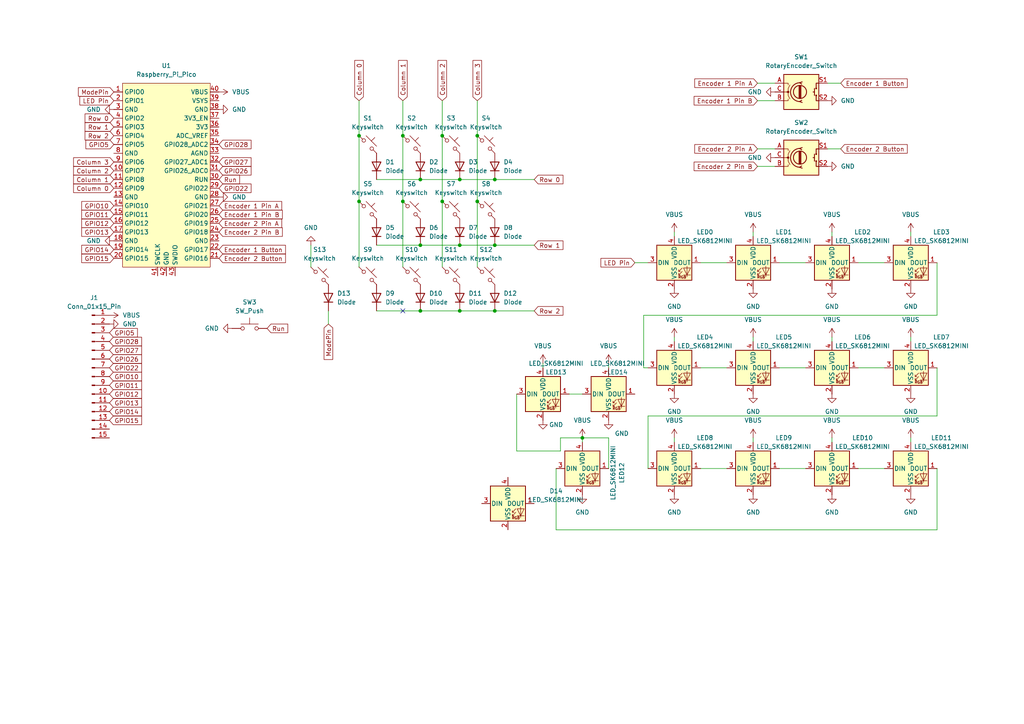
<source format=kicad_sch>
(kicad_sch (version 20230121) (generator eeschema)
  (paper "A4")
  (title_block (title "Macro PCB") (date "2023-12-19") (rev "2.0.001"))
  (lib_symbols
    (symbol "Connector:Conn_01x15_Pin" (pin_names (offset 1.016) hide)
      (property "Reference" "J" (at 0 20.32 0))
      (property "Value" "Conn_01x15_Pin" (at 0 -20.32 0))
      (symbol "Conn_01x15_Pin_1_1"
        (polyline (pts (xy 1.27 -17.78) (xy 0.8636 -17.78)) (stroke (width 0.1524)))
        (polyline (pts (xy 1.27 -15.24) (xy 0.8636 -15.24)) (stroke (width 0.1524)))
        (polyline (pts (xy 1.27 -12.7) (xy 0.8636 -12.7)) (stroke (width 0.1524)))
        (polyline (pts (xy 1.27 -10.16) (xy 0.8636 -10.16)) (stroke (width 0.1524)))
        (polyline (pts (xy 1.27 -7.62) (xy 0.8636 -7.62)) (stroke (width 0.1524)))
        (polyline (pts (xy 1.27 -5.08) (xy 0.8636 -5.08)) (stroke (width 0.1524)))
        (polyline (pts (xy 1.27 -2.54) (xy 0.8636 -2.54)) (stroke (width 0.1524)))
        (polyline (pts (xy 1.27 0) (xy 0.8636 0)) (stroke (width 0.1524)))
        (polyline (pts (xy 1.27 2.54) (xy 0.8636 2.54)) (stroke (width 0.1524)))
        (polyline (pts (xy 1.27 5.08) (xy 0.8636 5.08)) (stroke (width 0.1524)))
        (polyline (pts (xy 1.27 7.62) (xy 0.8636 7.62)) (stroke (width 0.1524)))
        (polyline (pts (xy 1.27 10.16) (xy 0.8636 10.16)) (stroke (width 0.1524)))
        (polyline (pts (xy 1.27 12.7) (xy 0.8636 12.7)) (stroke (width 0.1524)))
        (polyline (pts (xy 1.27 15.24) (xy 0.8636 15.24)) (stroke (width 0.1524)))
        (polyline (pts (xy 1.27 17.78) (xy 0.8636 17.78)) (stroke (width 0.1524)))
        (rectangle (start 0.8636 -17.653) (end 0 -17.907) (stroke (width 0.1524)) (fill (type outline)))
        (rectangle (start 0.8636 -15.113) (end 0 -15.367) (stroke (width 0.1524)) (fill (type outline)))
        (rectangle (start 0.8636 -12.573) (end 0 -12.827) (stroke (width 0.1524)) (fill (type outline)))
        (rectangle (start 0.8636 -10.033) (end 0 -10.287) (stroke (width 0.1524)) (fill (type outline)))
        (rectangle (start 0.8636 -7.493) (end 0 -7.747) (stroke (width 0.1524)) (fill (type outline)))
        (rectangle (start 0.8636 -4.953) (end 0 -5.207) (stroke (width 0.1524)) (fill (type outline)))
        (rectangle (start 0.8636 -2.413) (end 0 -2.667) (stroke (width 0.1524)) (fill (type outline)))
        (rectangle (start 0.8636 0.127) (end 0 -0.127) (stroke (width 0.1524)) (fill (type outline)))
        (rectangle (start 0.8636 2.667) (end 0 2.413) (stroke (width 0.1524)) (fill (type outline)))
        (rectangle (start 0.8636 5.207) (end 0 4.953) (stroke (width 0.1524)) (fill (type outline)))
        (rectangle (start 0.8636 7.747) (end 0 7.493) (stroke (width 0.1524)) (fill (type outline)))
        (rectangle (start 0.8636 10.287) (end 0 10.033) (stroke (width 0.1524)) (fill (type outline)))
        (rectangle (start 0.8636 12.827) (end 0 12.573) (stroke (width 0.1524)) (fill (type outline)))
        (rectangle (start 0.8636 15.367) (end 0 15.113) (stroke (width 0.1524)) (fill (type outline)))
        (rectangle (start 0.8636 17.907) (end 0 17.653) (stroke (width 0.1524)) (fill (type outline)))
        (pin passive line (at 5.08 17.78 180) (length 3.81) (name "Pin_1") (number "1"))
        (pin passive line (at 5.08 -5.08 180) (length 3.81) (name "Pin_10") (number "10"))
        (pin passive line (at 5.08 -7.62 180) (length 3.81) (name "Pin_11") (number "11"))
        (pin passive line (at 5.08 -10.16 180) (length 3.81) (name "Pin_12") (number "12"))
        (pin passive line (at 5.08 -12.7 180) (length 3.81) (name "Pin_13") (number "13"))
        (pin passive line (at 5.08 -15.24 180) (length 3.81) (name "Pin_14") (number "14"))
        (pin passive line (at 5.08 -17.78 180) (length 3.81) (name "Pin_15") (number "15"))
        (pin passive line (at 5.08 15.24 180) (length 3.81) (name "Pin_2") (number "2"))
        (pin passive line (at 5.08 12.7 180) (length 3.81) (name "Pin_3") (number "3"))
        (pin passive line (at 5.08 10.16 180) (length 3.81) (name "Pin_4") (number "4"))
        (pin passive line (at 5.08 7.62 180) (length 3.81) (name "Pin_5") (number "5"))
        (pin passive line (at 5.08 5.08 180) (length 3.81) (name "Pin_6") (number "6"))
        (pin passive line (at 5.08 2.54 180) (length 3.81) (name "Pin_7") (number "7"))
        (pin passive line (at 5.08 0 180) (length 3.81) (name "Pin_8") (number "8"))
        (pin passive line (at 5.08 -2.54 180) (length 3.81) (name "Pin_9") (number "9"))
      )
    )
    (symbol "Device:RotaryEncoder_Switch" (pin_names (offset 0.254) hide)
      (property "Reference" "SW" (at 0 6.604 0))
      (property "Value" "RotaryEncoder_Switch" (at 0 -6.604 0))
      (symbol "RotaryEncoder_Switch_0_1"
        (rectangle (start -5.08 5.08) (end 5.08 -5.08) (stroke (width 0.254)) (fill (type background)))
        (circle (center -3.81 0) (radius 0.254) (fill (type outline)))
        (circle (center -0.381 0) (radius 1.905) (stroke (width 0.254)))
        (arc (start -0.381 2.667) (mid -3.0988 -0.0635) (end -0.381 -2.794) (stroke (width 0.254)))
        (polyline (pts (xy -0.635 -1.778) (xy -0.635 1.778)) (stroke (width 0.254)))
        (polyline (pts (xy -0.381 -1.778) (xy -0.381 1.778)) (stroke (width 0.254)))
        (polyline (pts (xy -0.127 1.778) (xy -0.127 -1.778)) (stroke (width 0.254)))
        (polyline (pts (xy 3.81 0) (xy 3.429 0)) (stroke (width 0.254)))
        (polyline (pts (xy 3.81 1.016) (xy 3.81 -1.016)) (stroke (width 0.254)))
        (polyline (pts (xy -5.08 -2.54) (xy -3.81 -2.54) (xy -3.81 -2.032)))
        (polyline (pts (xy -5.08 2.54) (xy -3.81 2.54) (xy -3.81 2.032)))
        (polyline (pts (xy 0.254 -3.048) (xy -0.508 -2.794) (xy 0.127 -2.413)) (stroke (width 0.254)))
        (polyline (pts (xy 0.254 2.921) (xy -0.508 2.667) (xy 0.127 2.286)) (stroke (width 0.254)))
        (polyline (pts (xy 5.08 -2.54) (xy 4.318 -2.54) (xy 4.318 -1.016)) (stroke (width 0.254)))
        (polyline (pts (xy 5.08 2.54) (xy 4.318 2.54) (xy 4.318 1.016)) (stroke (width 0.254)))
        (polyline (pts (xy -5.08 0) (xy -3.81 0) (xy -3.81 -1.016) (xy -3.302 -2.032)))
        (polyline (pts (xy -4.318 0) (xy -3.81 0) (xy -3.81 1.016) (xy -3.302 2.032)))
        (circle (center 4.318 -1.016) (radius 0.127) (stroke (width 0.254)))
        (circle (center 4.318 1.016) (radius 0.127) (stroke (width 0.254)))
      )
      (symbol "RotaryEncoder_Switch_1_1"
        (pin passive line (at -7.62 2.54 0) (length 2.54) (name "A") (number "A"))
        (pin passive line (at -7.62 -2.54 0) (length 2.54) (name "B") (number "B"))
        (pin passive line (at -7.62 0 0) (length 2.54) (name "C") (number "C"))
        (pin passive line (at 7.62 2.54 180) (length 2.54) (name "S1") (number "S1"))
        (pin passive line (at 7.62 -2.54 180) (length 2.54) (name "S2") (number "S2"))
      )
    )
    (symbol "ScottoKeebs:LED_SK6812MINI" (pin_names (offset 0.254))
      (property "Reference" "D" (at 5.08 5.715 0))
      (property "Value" "LED_SK6812MINI" (at 1.27 -5.715 0))
      (symbol "LED_SK6812MINI_0_0"
        (text "RGB" (at 2.286 -4.191 0) (effects (font (size 0.762 0.762))))
      )
      (symbol "LED_SK6812MINI_0_1"
        (polyline (pts (xy 1.27 -3.556) (xy 1.778 -3.556)))
        (polyline (pts (xy 1.27 -2.54) (xy 1.778 -2.54)))
        (polyline (pts (xy 4.699 -3.556) (xy 2.667 -3.556)))
        (polyline (pts (xy 2.286 -2.54) (xy 1.27 -3.556) (xy 1.27 -3.048)))
        (polyline (pts (xy 2.286 -1.524) (xy 1.27 -2.54) (xy 1.27 -2.032)))
        (polyline (pts (xy 3.683 -1.016) (xy 3.683 -3.556) (xy 3.683 -4.064)))
        (polyline (pts (xy 4.699 -1.524) (xy 2.667 -1.524) (xy 3.683 -3.556) (xy 4.699 -1.524)))
        (rectangle (start 5.08 5.08) (end -5.08 -5.08) (stroke (width 0.254)) (fill (type background)))
      )
      (symbol "LED_SK6812MINI_1_1"
        (pin output line (at 7.62 0 180) (length 2.54) (name "DOUT") (number "1"))
        (pin power_in line (at 0 -7.62 90) (length 2.54) (name "VSS") (number "2"))
        (pin input line (at -7.62 0 0) (length 2.54) (name "DIN") (number "3"))
        (pin power_in line (at 0 7.62 270) (length 2.54) (name "VDD") (number "4"))
      )
    )
    (symbol "ScottoKeebs:MCU_Raspberry_Pi_Pico"
      (property "Reference" "U" (at 0 0 0))
      (property "Value" "Raspberry_Pi_Pico" (at 0 27.94 0))
      (symbol "MCU_Raspberry_Pi_Pico_0_1"
        (rectangle (start -12.7 26.67) (end 12.7 -26.67) (fill (type background)))
      )
      (symbol "MCU_Raspberry_Pi_Pico_1_1"
        (pin bidirectional line (at -15.24 24.13 0) (length 2.54) (name "GPIO0") (number "1"))
        (pin bidirectional line (at -15.24 1.27 0) (length 2.54) (name "GPIO7") (number "10"))
        (pin bidirectional line (at -15.24 -1.27 0) (length 2.54) (name "GPIO8") (number "11"))
        (pin bidirectional line (at -15.24 -3.81 0) (length 2.54) (name "GPIO9") (number "12"))
        (pin power_in line (at -15.24 -6.35 0) (length 2.54) (name "GND") (number "13"))
        (pin bidirectional line (at -15.24 -8.89 0) (length 2.54) (name "GPIO10") (number "14"))
        (pin bidirectional line (at -15.24 -11.43 0) (length 2.54) (name "GPIO11") (number "15"))
        (pin bidirectional line (at -15.24 -13.97 0) (length 2.54) (name "GPIO12") (number "16"))
        (pin bidirectional line (at -15.24 -16.51 0) (length 2.54) (name "GPIO13") (number "17"))
        (pin power_in line (at -15.24 -19.05 0) (length 2.54) (name "GND") (number "18"))
        (pin bidirectional line (at -15.24 -21.59 0) (length 2.54) (name "GPIO14") (number "19"))
        (pin bidirectional line (at -15.24 21.59 0) (length 2.54) (name "GPIO1") (number "2"))
        (pin bidirectional line (at -15.24 -24.13 0) (length 2.54) (name "GPIO15") (number "20"))
        (pin bidirectional line (at 15.24 -24.13 180) (length 2.54) (name "GPIO16") (number "21"))
        (pin bidirectional line (at 15.24 -21.59 180) (length 2.54) (name "GPIO17") (number "22"))
        (pin power_in line (at 15.24 -19.05 180) (length 2.54) (name "GND") (number "23"))
        (pin bidirectional line (at 15.24 -16.51 180) (length 2.54) (name "GPIO18") (number "24"))
        (pin bidirectional line (at 15.24 -13.97 180) (length 2.54) (name "GPIO19") (number "25"))
        (pin bidirectional line (at 15.24 -11.43 180) (length 2.54) (name "GPIO20") (number "26"))
        (pin bidirectional line (at 15.24 -8.89 180) (length 2.54) (name "GPIO21") (number "27"))
        (pin power_in line (at 15.24 -6.35 180) (length 2.54) (name "GND") (number "28"))
        (pin bidirectional line (at 15.24 -3.81 180) (length 2.54) (name "GPIO22") (number "29"))
        (pin power_in line (at -15.24 19.05 0) (length 2.54) (name "GND") (number "3"))
        (pin input line (at 15.24 -1.27 180) (length 2.54) (name "RUN") (number "30"))
        (pin bidirectional line (at 15.24 1.27 180) (length 2.54) (name "GPIO26_ADC0") (number "31"))
        (pin bidirectional line (at 15.24 3.81 180) (length 2.54) (name "GPIO27_ADC1") (number "32"))
        (pin power_in line (at 15.24 6.35 180) (length 2.54) (name "AGND") (number "33"))
        (pin bidirectional line (at 15.24 8.89 180) (length 2.54) (name "GPIO28_ADC2") (number "34"))
        (pin power_in line (at 15.24 11.43 180) (length 2.54) (name "ADC_VREF") (number "35"))
        (pin power_in line (at 15.24 13.97 180) (length 2.54) (name "3V3") (number "36"))
        (pin input line (at 15.24 16.51 180) (length 2.54) (name "3V3_EN") (number "37"))
        (pin bidirectional line (at 15.24 19.05 180) (length 2.54) (name "GND") (number "38"))
        (pin power_in line (at 15.24 21.59 180) (length 2.54) (name "VSYS") (number "39"))
        (pin bidirectional line (at -15.24 16.51 0) (length 2.54) (name "GPIO2") (number "4"))
        (pin power_in line (at 15.24 24.13 180) (length 2.54) (name "VBUS") (number "40"))
        (pin input line (at -2.54 -29.21 90) (length 2.54) (name "SWCLK") (number "41"))
        (pin power_in line (at 0 -29.21 90) (length 2.54) (name "GND") (number "42"))
        (pin bidirectional line (at 2.54 -29.21 90) (length 2.54) (name "SWDIO") (number "43"))
        (pin bidirectional line (at -15.24 13.97 0) (length 2.54) (name "GPIO3") (number "5"))
        (pin bidirectional line (at -15.24 11.43 0) (length 2.54) (name "GPIO4") (number "6"))
        (pin bidirectional line (at -15.24 8.89 0) (length 2.54) (name "GPIO5") (number "7"))
        (pin power_in line (at -15.24 6.35 0) (length 2.54) (name "GND") (number "8"))
        (pin bidirectional line (at -15.24 3.81 0) (length 2.54) (name "GPIO6") (number "9"))
      )
    )
    (symbol "ScottoKeebs:Placeholder_Diode" (pin_numbers hide) (pin_names hide)
      (property "Reference" "D" (at 0 2.54 0))
      (property "Value" "Diode" (at 0 -2.54 0))
      (symbol "Placeholder_Diode_0_1"
        (polyline (pts (xy -1.27 1.27) (xy -1.27 -1.27)) (stroke (width 0.254)))
        (polyline (pts (xy 1.27 0) (xy -1.27 0)))
        (polyline (pts (xy 1.27 1.27) (xy 1.27 -1.27) (xy -1.27 0) (xy 1.27 1.27)) (stroke (width 0.254)))
      )
      (symbol "Placeholder_Diode_1_1"
        (pin passive line (at -3.81 0 0) (length 2.54) (name "K") (number "1"))
        (pin passive line (at 3.81 0 180) (length 2.54) (name "A") (number "2"))
      )
    )
    (symbol "ScottoKeebs:Placeholder_Keyswitch" (pin_numbers hide) (pin_names (offset 1.016) hide)
      (property "Reference" "S" (at 3.048 1.016 0))
      (property "Value" "Keyswitch" (at 0 -3.81 0))
      (symbol "Placeholder_Keyswitch_0_1"
        (circle (center -1.1684 1.1684) (radius 0.508))
        (polyline (pts (xy -0.508 2.54) (xy 2.54 -0.508)))
        (polyline (pts (xy 1.016 1.016) (xy 2.032 2.032)))
        (polyline (pts (xy -2.54 2.54) (xy -1.524 1.524) (xy -1.524 1.524)))
        (polyline (pts (xy 1.524 -1.524) (xy 2.54 -2.54) (xy 2.54 -2.54) (xy 2.54 -2.54)))
        (circle (center 1.143 -1.1938) (radius 0.508))
        (pin passive line (at -2.54 2.54 0) (length 0) (name "1") (number "1"))
        (pin passive line (at 2.54 -2.54 180) (length 0) (name "2") (number "2"))
      )
    )
    (symbol "Switch:SW_Push" (pin_numbers hide) (pin_names (offset 1.016) hide)
      (property "Reference" "SW" (at 1.27 2.54 0))
      (property "Value" "SW_Push" (at 0 -1.524 0))
      (symbol "SW_Push_0_1"
        (circle (center -2.032 0) (radius 0.508))
        (polyline (pts (xy 0 1.27) (xy 0 3.048)))
        (polyline (pts (xy 2.54 1.27) (xy -2.54 1.27)))
        (circle (center 2.032 0) (radius 0.508))
        (pin passive line (at -5.08 0 0) (length 2.54) (name "1") (number "1"))
        (pin passive line (at 5.08 0 180) (length 2.54) (name "2") (number "2"))
      )
    )
    (symbol "power:GND" (power) (pin_names (offset 0))
      (property "Value" "GND" (at 0 -3.81 0))
      (symbol "GND_0_1"
        (polyline (pts (xy 0 0) (xy 0 -1.27) (xy 1.27 -1.27) (xy 0 -2.54) (xy -1.27 -1.27) (xy 0 -1.27)))
      )
      (symbol "GND_1_1"
        (pin power_in line (at 0 0 270) (length 0) hide (name "GND") (number "1"))
      )
    )
    (symbol "power:VBUS" (power) (pin_names (offset 0))
      (property "Value" "VBUS" (at 0 3.81 0))
      (symbol "VBUS_0_1"
        (polyline (pts (xy -0.762 1.27) (xy 0 2.54)))
        (polyline (pts (xy 0 0) (xy 0 2.54)))
        (polyline (pts (xy 0 2.54) (xy 0.762 1.27)))
      )
      (symbol "VBUS_1_1"
        (pin power_in line (at 0 0 90) (length 0) hide (name "VBUS") (number "1"))
      )
    )
  )
  (junction (at 168.91 127))
  (junction (at 104.14 58.42))
  (junction (at 143.51 71.12))
  (junction (at 128.27 58.42))
  (junction (at 116.84 58.42))
  (junction (at 143.51 90.17))
  (junction (at 121.92 90.17))
  (junction (at 116.84 39.37))
  (junction (at 133.35 90.17))
  (junction (at 121.92 52.07))
  (junction (at 104.14 39.37))
  (junction (at 138.43 39.37))
  (junction (at 133.35 52.07))
  (junction (at 121.92 71.12))
  (junction (at 133.35 71.12))
  (junction (at 143.51 52.07))
  (junction (at 138.43 58.42))
  (junction (at 128.27 39.37))
  (no_connect (at 116.84 90.17))
  (wire (pts (xy 219.71 43.18) (xy 224.79 43.18)))
  (wire (pts (xy 241.3 67.31) (xy 241.3 68.58)))
  (wire (pts (xy 218.44 67.31) (xy 218.44 68.58)))
  (wire (pts (xy 226.06 135.89) (xy 233.68 135.89)))
  (wire (pts (xy 116.84 58.42) (xy 116.84 77.47)))
  (wire (pts (xy 271.78 106.68) (xy 271.78 120.65)))
  (wire (pts (xy 248.92 76.2) (xy 256.54 76.2)))
  (wire (pts (xy 109.22 90.17) (xy 121.92 90.17)))
  (wire (pts (xy 133.35 52.07) (xy 143.51 52.07)))
  (wire (pts (xy 121.92 52.07) (xy 133.35 52.07)))
  (wire (pts (xy 161.29 153.67) (xy 161.29 135.89)))
  (wire (pts (xy 138.43 58.42) (xy 138.43 77.47)))
  (wire (pts (xy 121.92 71.12) (xy 133.35 71.12)))
  (wire (pts (xy 138.43 39.37) (xy 138.43 58.42)))
  (wire (pts (xy 95.25 90.17) (xy 95.25 93.98)))
  (wire (pts (xy 116.84 39.37) (xy 116.84 58.42)))
  (wire (pts (xy 264.16 127) (xy 264.16 128.27)))
  (wire (pts (xy 241.3 127) (xy 241.3 128.27)))
  (wire (pts (xy 149.86 130.81) (xy 149.86 114.3)))
  (wire (pts (xy 128.27 29.21) (xy 128.27 39.37)))
  (wire (pts (xy 168.91 127) (xy 162.56 127)))
  (wire (pts (xy 218.44 97.79) (xy 218.44 99.06)))
  (wire (pts (xy 186.69 106.68) (xy 187.96 106.68)))
  (wire (pts (xy 240.03 43.18) (xy 243.84 43.18)))
  (wire (pts (xy 176.53 135.89) (xy 176.53 127)))
  (wire (pts (xy 248.92 135.89) (xy 256.54 135.89)))
  (wire (pts (xy 264.16 67.31) (xy 264.16 68.58)))
  (wire (pts (xy 121.92 90.17) (xy 133.35 90.17)))
  (wire (pts (xy 176.53 105.41) (xy 176.53 106.68)))
  (wire (pts (xy 187.96 120.65) (xy 187.96 135.89)))
  (wire (pts (xy 128.27 39.37) (xy 128.27 58.42)))
  (wire (pts (xy 133.35 71.12) (xy 143.51 71.12)))
  (wire (pts (xy 157.48 105.41) (xy 157.48 106.68)))
  (wire (pts (xy 203.2 106.68) (xy 210.82 106.68)))
  (wire (pts (xy 271.78 153.67) (xy 161.29 153.67)))
  (wire (pts (xy 133.35 90.17) (xy 143.51 90.17)))
  (wire (pts (xy 195.58 127) (xy 195.58 128.27)))
  (wire (pts (xy 168.91 127) (xy 168.91 128.27)))
  (wire (pts (xy 104.14 58.42) (xy 104.14 77.47)))
  (wire (pts (xy 240.03 24.13) (xy 243.84 24.13)))
  (wire (pts (xy 109.22 71.12) (xy 121.92 71.12)))
  (wire (pts (xy 203.2 135.89) (xy 210.82 135.89)))
  (wire (pts (xy 241.3 97.79) (xy 241.3 99.06)))
  (wire (pts (xy 176.53 127) (xy 168.91 127)))
  (wire (pts (xy 226.06 106.68) (xy 233.68 106.68)))
  (wire (pts (xy 138.43 29.21) (xy 138.43 39.37)))
  (wire (pts (xy 109.22 52.07) (xy 121.92 52.07)))
  (wire (pts (xy 248.92 106.68) (xy 256.54 106.68)))
  (wire (pts (xy 219.71 29.21) (xy 224.79 29.21)))
  (wire (pts (xy 184.15 76.2) (xy 187.96 76.2)))
  (wire (pts (xy 203.2 76.2) (xy 210.82 76.2)))
  (wire (pts (xy 104.14 39.37) (xy 104.14 58.42)))
  (wire (pts (xy 154.94 52.07) (xy 143.51 52.07)))
  (wire (pts (xy 264.16 97.79) (xy 264.16 99.06)))
  (wire (pts (xy 219.71 48.26) (xy 224.79 48.26)))
  (wire (pts (xy 271.78 120.65) (xy 187.96 120.65)))
  (wire (pts (xy 162.56 127) (xy 162.56 130.81)))
  (wire (pts (xy 165.1 114.3) (xy 168.91 114.3)))
  (wire (pts (xy 271.78 76.2) (xy 271.78 91.44)))
  (wire (pts (xy 271.78 91.44) (xy 186.69 91.44)))
  (wire (pts (xy 219.71 24.13) (xy 224.79 24.13)))
  (wire (pts (xy 116.84 29.21) (xy 116.84 39.37)))
  (wire (pts (xy 186.69 91.44) (xy 186.69 106.68)))
  (wire (pts (xy 90.17 77.47) (xy 90.17 71.12)))
  (wire (pts (xy 195.58 67.31) (xy 195.58 68.58)))
  (wire (pts (xy 226.06 76.2) (xy 233.68 76.2)))
  (wire (pts (xy 218.44 127) (xy 218.44 128.27)))
  (wire (pts (xy 162.56 130.81) (xy 149.86 130.81)))
  (wire (pts (xy 143.51 71.12) (xy 154.94 71.12)))
  (wire (pts (xy 195.58 97.79) (xy 195.58 99.06)))
  (wire (pts (xy 271.78 135.89) (xy 271.78 153.67)))
  (wire (pts (xy 128.27 58.42) (xy 128.27 77.47)))
  (wire (pts (xy 104.14 29.21) (xy 104.14 39.37)))
  (wire (pts (xy 154.94 90.17) (xy 143.51 90.17)))
  (global_label "GPIO14" (shape input) (at 31.75 119.38 0) (property "Intersheetrefs" "${INTERSHEET_REFS}" (effects hide)))
  (global_label "GPIO27" (shape input) (at 63.5 46.99 0) (property "Intersheetrefs" "${INTERSHEET_REFS}" (effects hide)))
  (global_label "LED Pin" (shape input) (at 184.15 76.2 180) (property "Intersheetrefs" "${INTERSHEET_REFS}" (effects hide)))
  (global_label "GPIO26" (shape input) (at 31.75 104.14 0) (property "Intersheetrefs" "${INTERSHEET_REFS}" (effects hide)))
  (global_label "GPIO22" (shape input) (at 63.5 54.61 0) (property "Intersheetrefs" "${INTERSHEET_REFS}" (effects hide)))
  (global_label "Encoder 1 Pin A" (shape input) (at 63.5 59.69 0) (property "Intersheetrefs" "${INTERSHEET_REFS}" (effects hide)))
  (global_label "Run" (shape input) (at 77.47 95.25 0) (property "Intersheetrefs" "${INTERSHEET_REFS}" (effects hide)))
  (global_label "GPIO15" (shape input) (at 31.75 121.92 0) (property "Intersheetrefs" "${INTERSHEET_REFS}" (effects hide)))
  (global_label "GPIO10" (shape input) (at 33.02 59.69 180) (property "Intersheetrefs" "${INTERSHEET_REFS}" (effects hide)))
  (global_label "GPIO11" (shape input) (at 33.02 62.23 180) (property "Intersheetrefs" "${INTERSHEET_REFS}" (effects hide)))
  (global_label "Column 0" (shape input) (at 104.14 29.21 90) (property "Intersheetrefs" "${INTERSHEET_REFS}" (effects hide)))
  (global_label "Row 2" (shape input) (at 33.02 39.37 180) (property "Intersheetrefs" "${INTERSHEET_REFS}" (effects hide)))
  (global_label "GPIO12" (shape input) (at 31.75 114.3 0) (property "Intersheetrefs" "${INTERSHEET_REFS}" (effects hide)))
  (global_label "ModePin" (shape input) (at 33.02 26.67 180) (property "Intersheetrefs" "${INTERSHEET_REFS}" (effects hide)))
  (global_label "Row 0" (shape input) (at 33.02 34.29 180) (property "Intersheetrefs" "${INTERSHEET_REFS}" (effects hide)))
  (global_label "GPIO22" (shape input) (at 31.75 106.68 0) (property "Intersheetrefs" "${INTERSHEET_REFS}" (effects hide)))
  (global_label "Run" (shape input) (at 63.5 52.07 0) (property "Intersheetrefs" "${INTERSHEET_REFS}" (effects hide)))
  (global_label "Encoder 2 Button" (shape input) (at 243.84 43.18 0) (property "Intersheetrefs" "${INTERSHEET_REFS}" (effects hide)))
  (global_label "GPIO28" (shape input) (at 31.75 99.06 0) (property "Intersheetrefs" "${INTERSHEET_REFS}" (effects hide)))
  (global_label "GPIO10" (shape input) (at 31.75 109.22 0) (property "Intersheetrefs" "${INTERSHEET_REFS}" (effects hide)))
  (global_label "Encoder 1 Button" (shape input) (at 243.84 24.13 0) (property "Intersheetrefs" "${INTERSHEET_REFS}" (effects hide)))
  (global_label "Encoder 2 Pin B" (shape input) (at 63.5 67.31 0) (property "Intersheetrefs" "${INTERSHEET_REFS}" (effects hide)))
  (global_label "Row 2" (shape input) (at 154.94 90.17 0) (property "Intersheetrefs" "${INTERSHEET_REFS}" (effects hide)))
  (global_label "GPIO11" (shape input) (at 31.75 111.76 0) (property "Intersheetrefs" "${INTERSHEET_REFS}" (effects hide)))
  (global_label "GPIO15" (shape input) (at 33.02 74.93 180) (property "Intersheetrefs" "${INTERSHEET_REFS}" (effects hide)))
  (global_label "ModePin" (shape input) (at 95.25 93.98 270) (property "Intersheetrefs" "${INTERSHEET_REFS}" (effects hide)))
  (global_label "Column 1" (shape input) (at 116.84 29.21 90) (property "Intersheetrefs" "${INTERSHEET_REFS}" (effects hide)))
  (global_label "Encoder 1 Pin B" (shape input) (at 219.71 29.21 180) (property "Intersheetrefs" "${INTERSHEET_REFS}" (effects hide)))
  (global_label "GPIO26" (shape input) (at 63.5 49.53 0) (property "Intersheetrefs" "${INTERSHEET_REFS}" (effects hide)))
  (global_label "GPIO12" (shape input) (at 33.02 64.77 180) (property "Intersheetrefs" "${INTERSHEET_REFS}" (effects hide)))
  (global_label "Row 0" (shape input) (at 154.94 52.07 0) (property "Intersheetrefs" "${INTERSHEET_REFS}" (effects hide)))
  (global_label "Column 0" (shape input) (at 33.02 54.61 180) (property "Intersheetrefs" "${INTERSHEET_REFS}" (effects hide)))
  (global_label "Encoder 2 Pin A" (shape input) (at 63.5 64.77 0) (property "Intersheetrefs" "${INTERSHEET_REFS}" (effects hide)))
  (global_label "GPIO5" (shape input) (at 33.02 41.91 180) (property "Intersheetrefs" "${INTERSHEET_REFS}" (effects hide)))
  (global_label "Encoder 1 Button" (shape input) (at 63.5 72.39 0) (property "Intersheetrefs" "${INTERSHEET_REFS}" (effects hide)))
  (global_label "Column 3" (shape input) (at 138.43 29.21 90) (property "Intersheetrefs" "${INTERSHEET_REFS}" (effects hide)))
  (global_label "Column 2" (shape input) (at 33.02 49.53 180) (property "Intersheetrefs" "${INTERSHEET_REFS}" (effects hide)))
  (global_label "Row 1" (shape input) (at 33.02 36.83 180) (property "Intersheetrefs" "${INTERSHEET_REFS}" (effects hide)))
  (global_label "Row 1" (shape input) (at 154.94 71.12 0) (property "Intersheetrefs" "${INTERSHEET_REFS}" (effects hide)))
  (global_label "GPIO13" (shape input) (at 33.02 67.31 180) (property "Intersheetrefs" "${INTERSHEET_REFS}" (effects hide)))
  (global_label "GPIO28" (shape input) (at 63.5 41.91 0) (property "Intersheetrefs" "${INTERSHEET_REFS}" (effects hide)))
  (global_label "GPIO13" (shape input) (at 31.75 116.84 0) (property "Intersheetrefs" "${INTERSHEET_REFS}" (effects hide)))
  (global_label "Encoder 2 Pin B" (shape input) (at 219.71 48.26 180) (property "Intersheetrefs" "${INTERSHEET_REFS}" (effects hide)))
  (global_label "GPIO27" (shape input) (at 31.75 101.6 0) (property "Intersheetrefs" "${INTERSHEET_REFS}" (effects hide)))
  (global_label "Column 1" (shape input) (at 33.02 52.07 180) (property "Intersheetrefs" "${INTERSHEET_REFS}" (effects hide)))
  (global_label "Column 2" (shape input) (at 128.27 29.21 90) (property "Intersheetrefs" "${INTERSHEET_REFS}" (effects hide)))
  (global_label "LED Pin" (shape input) (at 33.02 29.21 180) (property "Intersheetrefs" "${INTERSHEET_REFS}" (effects hide)))
  (global_label "Encoder 2 Button" (shape input) (at 63.5 74.93 0) (property "Intersheetrefs" "${INTERSHEET_REFS}" (effects hide)))
  (global_label "Encoder 2 Pin A" (shape input) (at 219.71 43.18 180) (property "Intersheetrefs" "${INTERSHEET_REFS}" (effects hide)))
  (global_label "Column 3" (shape input) (at 33.02 46.99 180) (property "Intersheetrefs" "${INTERSHEET_REFS}" (effects hide)))
  (global_label "Encoder 1 Pin A" (shape input) (at 219.71 24.13 180) (property "Intersheetrefs" "${INTERSHEET_REFS}" (effects hide)))
  (global_label "GPIO14" (shape input) (at 33.02 72.39 180) (property "Intersheetrefs" "${INTERSHEET_REFS}" (effects hide)))
  (global_label "GPIO5" (shape input) (at 31.75 96.52 0) (property "Intersheetrefs" "${INTERSHEET_REFS}" (effects hide)))
  (global_label "Encoder 1 Pin B" (shape input) (at 63.5 62.23 0) (property "Intersheetrefs" "${INTERSHEET_REFS}" (effects hide)))
  (symbol (lib_id "power:GND") (at 241.3 114.3 0) (unit 1)
    (property "Reference" "#PWR019" (effects hide))
    (property "Value" "GND" (at 241.3 119.38 0))
  )
  (symbol (lib_id "ScottoKeebs:LED_SK6812MINI") (at 264.16 135.89 0) (unit 1)
    (property "Reference" "LED11" (at 273.05 127 0))
    (property "Value" "LED_SK6812MINI" (at 273.05 129.54 0))
    (property "Footprint" "ScottoKeebs_Components:LED_SK6812MINI" (effects hide))
    (property "Datasheet" "https://cdn-shop.adafruit.com/product-files/2686/SK6812MINI_REV.01-1-2.pdf" (effects hide))
  )
  (symbol (lib_id "ScottoKeebs:LED_SK6812MINI") (at 241.3 76.2 0) (unit 1)
    (property "Reference" "LED2" (at 250.19 67.31 0))
    (property "Value" "LED_SK6812MINI" (at 250.19 69.85 0))
    (property "Footprint" "ScottoKeebs_Components:LED_SK6812MINI" (effects hide))
    (property "Datasheet" "https://cdn-shop.adafruit.com/product-files/2686/SK6812MINI_REV.01-1-2.pdf" (effects hide))
  )
  (symbol (lib_id "ScottoKeebs:Placeholder_Keyswitch") (at 119.38 60.96 0) (unit 1)
    (property "Reference" "S6" (at 119.38 53.34 0))
    (property "Value" "Keyswitch" (at 119.38 55.88 0))
    (property "Footprint" "ScottoKeebs_Hotswap:Hotswap_MX_Plated_1.00u" (effects hide))
  )
  (symbol (lib_id "ScottoKeebs:Placeholder_Keyswitch") (at 106.68 60.96 0) (unit 1)
    (property "Reference" "S5" (at 106.68 53.34 0))
    (property "Value" "Keyswitch" (at 106.68 55.88 0))
    (property "Footprint" "ScottoKeebs_Hotswap:Hotswap_MX_Plated_1.00u" (effects hide))
  )
  (symbol (lib_id "power:GND") (at 67.31 95.25 270) (unit 1)
    (property "Reference" "#PWR038" (effects hide))
    (property "Value" "GND" (at 63.5 95.25 90) (effects (justify right)))
  )
  (symbol (lib_id "power:GND") (at 240.03 29.21 90) (unit 1)
    (property "Reference" "#PWR03" (effects hide))
    (property "Value" "GND" (at 243.84 29.21 90) (effects (justify right)))
  )
  (symbol (lib_id "Device:RotaryEncoder_Switch") (at 232.41 45.72 0) (unit 1)
    (property "Reference" "SW2" (at 232.41 35.56 0))
    (property "Value" "RotaryEncoder_Switch" (at 232.41 38.1 0))
    (property "Footprint" "Rotary_Encoder:RotaryEncoder_Alps_EC11E-Switch_Vertical_H20mm" (effects hide))
  )
  (symbol (lib_id "ScottoKeebs:Placeholder_Diode") (at 109.22 67.31 90) (unit 1)
    (property "Reference" "D5" (at 111.76 66.04 90) (effects (justify right)))
    (property "Value" "Diode" (at 111.76 68.58 90) (effects (justify right)))
    (property "Footprint" "ScottoKeebs_Components:Diode_SOD-123" (effects hide))
    (property "Sim.Device" "D" (effects hide))
    (property "Sim.Pins" "1=K 2=A" (effects hide))
  )
  (symbol (lib_id "ScottoKeebs:Placeholder_Diode") (at 109.22 48.26 90) (unit 1)
    (property "Reference" "D1" (at 111.76 46.99 90) (effects (justify right)))
    (property "Value" "Diode" (at 111.76 49.53 90) (effects (justify right)))
    (property "Footprint" "ScottoKeebs_Components:Diode_SOD-123" (effects hide))
    (property "Sim.Device" "D" (effects hide))
    (property "Sim.Pins" "1=K 2=A" (effects hide))
  )
  (symbol (lib_id "Switch:SW_Push") (at 72.39 95.25 0) (unit 1)
    (property "Reference" "SW3" (at 72.39 87.63 0))
    (property "Value" "SW_Push" (at 72.39 90.17 0))
    (property "Footprint" "Button_Switch_THT:SW_PUSH_6mm_H7.3mm" (effects hide))
  )
  (symbol (lib_id "power:GND") (at 176.53 121.92 0) (unit 1)
    (property "Reference" "#PWR035" (effects hide))
    (property "Value" "GND" (at 180.34 125.73 0))
  )
  (symbol (lib_id "power:VBUS") (at 264.16 97.79 0) (unit 1)
    (property "Reference" "#PWR020" (effects hide))
    (property "Value" "VBUS" (at 264.16 92.71 0))
  )
  (symbol (lib_id "ScottoKeebs:Placeholder_Diode") (at 133.35 48.26 90) (unit 1)
    (property "Reference" "D3" (at 135.89 46.99 90) (effects (justify right)))
    (property "Value" "Diode" (at 135.89 49.53 90) (effects (justify right)))
    (property "Footprint" "ScottoKeebs_Components:Diode_SOD-123" (effects hide))
    (property "Sim.Device" "D" (effects hide))
    (property "Sim.Pins" "1=K 2=A" (effects hide))
  )
  (symbol (lib_id "ScottoKeebs:Placeholder_Keyswitch") (at 119.38 41.91 0) (unit 1)
    (property "Reference" "S2" (at 119.38 34.29 0))
    (property "Value" "Keyswitch" (at 119.38 36.83 0))
    (property "Footprint" "ScottoKeebs_Hotswap:Hotswap_MX_Plated_1.00u" (effects hide))
  )
  (symbol (lib_id "power:VBUS") (at 176.53 105.41 0) (unit 1)
    (property "Reference" "#PWR034" (effects hide))
    (property "Value" "VBUS" (at 176.53 100.33 0))
  )
  (symbol (lib_id "power:GND") (at 218.44 114.3 0) (unit 1)
    (property "Reference" "#PWR017" (effects hide))
    (property "Value" "GND" (at 218.44 119.38 0))
  )
  (symbol (lib_id "ScottoKeebs:Placeholder_Diode") (at 121.92 48.26 90) (unit 1)
    (property "Reference" "D2" (at 124.46 46.99 90) (effects (justify right)))
    (property "Value" "Diode" (at 124.46 49.53 90) (effects (justify right)))
    (property "Footprint" "ScottoKeebs_Components:Diode_SOD-123" (effects hide))
    (property "Sim.Device" "D" (effects hide))
    (property "Sim.Pins" "1=K 2=A" (effects hide))
  )
  (symbol (lib_id "ScottoKeebs:Placeholder_Diode") (at 109.22 86.36 90) (unit 1)
    (property "Reference" "D9" (at 111.76 85.09 90) (effects (justify right)))
    (property "Value" "Diode" (at 111.76 87.63 90) (effects (justify right)))
    (property "Footprint" "ScottoKeebs_Components:Diode_SOD-123" (effects hide))
    (property "Sim.Device" "D" (effects hide))
    (property "Sim.Pins" "1=K 2=A" (effects hide))
  )
  (symbol (lib_id "ScottoKeebs:Placeholder_Keyswitch") (at 130.81 60.96 0) (unit 1)
    (property "Reference" "S7" (at 130.81 53.34 0))
    (property "Value" "Keyswitch" (at 130.81 55.88 0))
    (property "Footprint" "ScottoKeebs_Hotswap:Hotswap_MX_Plated_1.00u" (effects hide))
  )
  (symbol (lib_id "power:GND") (at 63.5 57.15 90) (unit 1)
    (property "Reference" "#PWR040" (effects hide))
    (property "Value" "GND" (at 67.31 57.15 90) (effects (justify right)))
  )
  (symbol (lib_id "ScottoKeebs:Placeholder_Diode") (at 143.51 67.31 90) (unit 1)
    (property "Reference" "D8" (at 146.05 66.04 90) (effects (justify right)))
    (property "Value" "Diode" (at 146.05 68.58 90) (effects (justify right)))
    (property "Footprint" "ScottoKeebs_Components:Diode_SOD-123" (effects hide))
    (property "Sim.Device" "D" (effects hide))
    (property "Sim.Pins" "1=K 2=A" (effects hide))
  )
  (symbol (lib_id "ScottoKeebs:LED_SK6812MINI") (at 241.3 135.89 0) (unit 1)
    (property "Reference" "LED10" (at 250.19 127 0))
    (property "Value" "LED_SK6812MINI" (at 250.19 129.54 0))
    (property "Footprint" "ScottoKeebs_Components:LED_SK6812MINI" (effects hide))
    (property "Datasheet" "https://cdn-shop.adafruit.com/product-files/2686/SK6812MINI_REV.01-1-2.pdf" (effects hide))
  )
  (symbol (lib_id "ScottoKeebs:Placeholder_Keyswitch") (at 140.97 60.96 0) (unit 1)
    (property "Reference" "S8" (at 140.97 53.34 0))
    (property "Value" "Keyswitch" (at 140.97 55.88 0))
    (property "Footprint" "ScottoKeebs_Hotswap:Hotswap_MX_Plated_1.00u" (effects hide))
  )
  (symbol (lib_id "ScottoKeebs:LED_SK6812MINI") (at 264.16 106.68 0) (unit 1)
    (property "Reference" "LED7" (at 273.05 97.79 0))
    (property "Value" "LED_SK6812MINI" (at 273.05 100.33 0))
    (property "Footprint" "ScottoKeebs_Components:LED_SK6812MINI" (effects hide))
    (property "Datasheet" "https://cdn-shop.adafruit.com/product-files/2686/SK6812MINI_REV.01-1-2.pdf" (effects hide))
  )
  (symbol (lib_id "Device:RotaryEncoder_Switch") (at 232.41 26.67 0) (unit 1)
    (property "Reference" "SW1" (at 232.41 16.51 0))
    (property "Value" "RotaryEncoder_Switch" (at 232.41 19.05 0))
    (property "Footprint" "Rotary_Encoder:RotaryEncoder_Alps_EC11E-Switch_Vertical_H20mm" (effects hide))
  )
  (symbol (lib_id "ScottoKeebs:LED_SK6812MINI") (at 264.16 76.2 0) (unit 1)
    (property "Reference" "LED3" (at 273.05 67.31 0))
    (property "Value" "LED_SK6812MINI" (at 273.05 69.85 0))
    (property "Footprint" "ScottoKeebs_Components:LED_SK6812MINI" (effects hide))
    (property "Datasheet" "https://cdn-shop.adafruit.com/product-files/2686/SK6812MINI_REV.01-1-2.pdf" (effects hide))
  )
  (symbol (lib_id "ScottoKeebs:Placeholder_Keyswitch") (at 130.81 80.01 0) (unit 1)
    (property "Reference" "S11" (at 130.81 72.39 0))
    (property "Value" "Keyswitch" (at 130.81 74.93 0))
    (property "Footprint" "ScottoKeebs_Hotswap:Hotswap_MX_Plated_1.00u" (effects hide))
  )
  (symbol (lib_id "power:VBUS") (at 195.58 127 0) (unit 1)
    (property "Reference" "#PWR022" (effects hide))
    (property "Value" "VBUS" (at 195.58 121.92 0))
  )
  (symbol (lib_id "ScottoKeebs:Placeholder_Diode") (at 95.25 86.36 90) (unit 1)
    (property "Reference" "D13" (at 97.79 85.09 90) (effects (justify right)))
    (property "Value" "Diode" (at 97.79 87.63 90) (effects (justify right)))
    (property "Footprint" "ScottoKeebs_Components:Diode_SOD-123" (effects hide))
    (property "Sim.Device" "D" (effects hide))
    (property "Sim.Pins" "1=K 2=A" (effects hide))
  )
  (symbol (lib_id "power:GND") (at 218.44 83.82 0) (unit 1)
    (property "Reference" "#PWR07" (effects hide))
    (property "Value" "GND" (at 218.44 88.9 0))
  )
  (symbol (lib_id "Connector:Conn_01x15_Pin") (at 26.67 109.22 0) (unit 1)
    (property "Reference" "J1" (at 27.305 86.36 0))
    (property "Value" "Conn_01x15_Pin" (at 27.305 88.9 0))
    (property "Footprint" "Connector_PinHeader_2.54mm:PinHeader_1x15_P2.54mm_Vertical" (effects hide))
  )
  (symbol (lib_id "power:VBUS") (at 264.16 127 0) (unit 1)
    (property "Reference" "#PWR028" (effects hide))
    (property "Value" "VBUS" (at 264.16 121.92 0))
  )
  (symbol (lib_id "ScottoKeebs:LED_SK6812MINI") (at 195.58 135.89 0) (unit 1)
    (property "Reference" "LED8" (at 204.47 127 0))
    (property "Value" "LED_SK6812MINI" (at 204.47 129.54 0))
    (property "Footprint" "ScottoKeebs_Components:LED_SK6812MINI" (effects hide))
    (property "Datasheet" "https://cdn-shop.adafruit.com/product-files/2686/SK6812MINI_REV.01-1-2.pdf" (effects hide))
  )
  (symbol (lib_id "ScottoKeebs:LED_SK6812MINI") (at 195.58 76.2 0) (unit 1)
    (property "Reference" "LED0" (at 204.47 67.31 0))
    (property "Value" "LED_SK6812MINI" (at 204.47 69.85 0))
    (property "Footprint" "ScottoKeebs_Components:LED_SK6812MINI" (effects hide))
    (property "Datasheet" "https://cdn-shop.adafruit.com/product-files/2686/SK6812MINI_REV.01-1-2.pdf" (effects hide))
  )
  (symbol (lib_id "power:VBUS") (at 218.44 97.79 0) (unit 1)
    (property "Reference" "#PWR016" (effects hide))
    (property "Value" "VBUS" (at 218.44 92.71 0))
  )
  (symbol (lib_id "ScottoKeebs:LED_SK6812MINI") (at 168.91 135.89 0) (unit 1)
    (property "Reference" "LED12" (at 180.34 137.16 90))
    (property "Value" "LED_SK6812MINI" (at 177.8 137.16 90))
    (property "Footprint" "ScottoKeebs_Components:LED_SK6812MINI" (effects hide))
    (property "Datasheet" "https://cdn-shop.adafruit.com/product-files/2686/SK6812MINI_REV.01-1-2.pdf" (effects hide))
  )
  (symbol (lib_id "power:VBUS") (at 63.5 26.67 270) (unit 1)
    (property "Reference" "#PWR037" (effects hide))
    (property "Value" "VBUS" (at 67.31 26.67 90) (effects (justify left)))
  )
  (symbol (lib_id "power:VBUS") (at 168.91 127 0) (unit 1)
    (property "Reference" "#PWR030" (effects hide))
    (property "Value" "VBUS" (at 168.91 121.92 0))
  )
  (symbol (lib_id "power:VBUS") (at 218.44 127 0) (unit 1)
    (property "Reference" "#PWR024" (effects hide))
    (property "Value" "VBUS" (at 218.44 121.92 0))
  )
  (symbol (lib_id "power:GND") (at 264.16 143.51 0) (unit 1)
    (property "Reference" "#PWR029" (effects hide))
    (property "Value" "GND" (at 264.16 148.59 0))
  )
  (symbol (lib_id "power:VBUS") (at 157.48 105.41 0) (unit 1)
    (property "Reference" "#PWR032" (effects hide))
    (property "Value" "VBUS" (at 157.48 100.33 0))
  )
  (symbol (lib_id "power:GND") (at 33.02 69.85 270) (unit 1)
    (property "Reference" "#PWR039" (effects hide))
    (property "Value" "GND" (at 29.21 69.85 90) (effects (justify right)))
  )
  (symbol (lib_id "ScottoKeebs:Placeholder_Keyswitch") (at 106.68 41.91 0) (unit 1)
    (property "Reference" "S1" (at 106.68 34.29 0))
    (property "Value" "Keyswitch" (at 106.68 36.83 0))
    (property "Footprint" "ScottoKeebs_Hotswap:Hotswap_MX_Plated_1.00u" (effects hide))
  )
  (symbol (lib_id "ScottoKeebs:Placeholder_Keyswitch") (at 119.38 80.01 0) (unit 1)
    (property "Reference" "S10" (at 119.38 72.39 0))
    (property "Value" "Keyswitch" (at 119.38 74.93 0))
    (property "Footprint" "ScottoKeebs_Hotswap:Hotswap_MX_Plated_1.00u" (effects hide))
  )
  (symbol (lib_id "power:GND") (at 157.48 121.92 0) (unit 1)
    (property "Reference" "#PWR033" (effects hide))
    (property "Value" "GND" (at 161.29 123.19 0))
  )
  (symbol (lib_id "power:GND") (at 195.58 143.51 0) (unit 1)
    (property "Reference" "#PWR023" (effects hide))
    (property "Value" "GND" (at 195.58 148.59 0))
  )
  (symbol (lib_id "ScottoKeebs:LED_SK6812MINI") (at 176.53 114.3 0) (unit 1)
    (property "Reference" "LED14" (at 179.07 107.95 0))
    (property "Value" "LED_SK6812MINI" (at 179.07 105.41 0))
    (property "Footprint" "ScottoKeebs_Components:LED_SK6812MINI" (effects hide))
    (property "Datasheet" "https://cdn-shop.adafruit.com/product-files/2686/SK6812MINI_REV.01-1-2.pdf" (effects hide))
  )
  (symbol (lib_id "power:GND") (at 264.16 83.82 0) (unit 1)
    (property "Reference" "#PWR013" (effects hide))
    (property "Value" "GND" (at 264.16 88.9 0))
  )
  (symbol (lib_id "power:VBUS") (at 241.3 67.31 0) (unit 1)
    (property "Reference" "#PWR010" (effects hide))
    (property "Value" "VBUS" (at 241.3 62.23 0))
  )
  (symbol (lib_id "ScottoKeebs:Placeholder_Diode") (at 133.35 86.36 90) (unit 1)
    (property "Reference" "D11" (at 135.89 85.09 90) (effects (justify right)))
    (property "Value" "Diode" (at 135.89 87.63 90) (effects (justify right)))
    (property "Footprint" "ScottoKeebs_Components:Diode_SOD-123" (effects hide))
    (property "Sim.Device" "D" (effects hide))
    (property "Sim.Pins" "1=K 2=A" (effects hide))
  )
  (symbol (lib_id "power:GND") (at 240.03 48.26 90) (unit 1)
    (property "Reference" "#PWR05" (effects hide))
    (property "Value" "GND" (at 243.84 48.26 90) (effects (justify right)))
  )
  (symbol (lib_id "ScottoKeebs:LED_SK6812MINI") (at 241.3 106.68 0) (unit 1)
    (property "Reference" "LED6" (at 250.19 97.79 0))
    (property "Value" "LED_SK6812MINI" (at 250.19 100.33 0))
    (property "Footprint" "ScottoKeebs_Components:LED_SK6812MINI" (effects hide))
    (property "Datasheet" "https://cdn-shop.adafruit.com/product-files/2686/SK6812MINI_REV.01-1-2.pdf" (effects hide))
  )
  (symbol (lib_id "ScottoKeebs:Placeholder_Keyswitch") (at 140.97 41.91 0) (unit 1)
    (property "Reference" "S4" (at 140.97 34.29 0))
    (property "Value" "Keyswitch" (at 140.97 36.83 0))
    (property "Footprint" "ScottoKeebs_Hotswap:Hotswap_MX_Plated_1.00u" (effects hide))
  )
  (symbol (lib_id "ScottoKeebs:Placeholder_Keyswitch") (at 140.97 80.01 0) (unit 1)
    (property "Reference" "S12" (at 140.97 72.39 0))
    (property "Value" "Keyswitch" (at 140.97 74.93 0))
    (property "Footprint" "ScottoKeebs_Hotswap:Hotswap_MX_Plated_1.00u" (effects hide))
  )
  (symbol (lib_id "power:GND") (at 224.79 26.67 270) (unit 1)
    (property "Reference" "#PWR02" (effects hide))
    (property "Value" "GND" (at 220.98 26.67 90) (effects (justify right)))
  )
  (symbol (lib_id "power:GND") (at 195.58 114.3 0) (unit 1)
    (property "Reference" "#PWR015" (effects hide))
    (property "Value" "GND" (at 195.58 119.38 0))
  )
  (symbol (lib_id "ScottoKeebs:LED_SK6812MINI") (at 218.44 106.68 0) (unit 1)
    (property "Reference" "LED5" (at 227.33 97.79 0))
    (property "Value" "LED_SK6812MINI" (at 227.33 100.33 0))
    (property "Footprint" "ScottoKeebs_Components:LED_SK6812MINI" (effects hide))
    (property "Datasheet" "https://cdn-shop.adafruit.com/product-files/2686/SK6812MINI_REV.01-1-2.pdf" (effects hide))
  )
  (symbol (lib_id "power:VBUS") (at 195.58 67.31 0) (unit 1)
    (property "Reference" "#PWR08" (effects hide))
    (property "Value" "VBUS" (at 195.58 62.23 0))
  )
  (symbol (lib_id "power:GND") (at 264.16 114.3 0) (unit 1)
    (property "Reference" "#PWR021" (effects hide))
    (property "Value" "GND" (at 264.16 119.38 0))
  )
  (symbol (lib_id "power:GND") (at 241.3 83.82 0) (unit 1)
    (property "Reference" "#PWR011" (effects hide))
    (property "Value" "GND" (at 241.3 88.9 0))
  )
  (symbol (lib_id "power:VBUS") (at 241.3 127 0) (unit 1)
    (property "Reference" "#PWR026" (effects hide))
    (property "Value" "VBUS" (at 241.3 121.92 0))
  )
  (symbol (lib_id "power:GND") (at 224.79 45.72 270) (unit 1)
    (property "Reference" "#PWR04" (effects hide))
    (property "Value" "GND" (at 220.98 45.72 90) (effects (justify right)))
  )
  (symbol (lib_id "ScottoKeebs:Placeholder_Diode") (at 121.92 86.36 90) (unit 1)
    (property "Reference" "D10" (at 124.46 85.09 90) (effects (justify right)))
    (property "Value" "Diode" (at 124.46 87.63 90) (effects (justify right)))
    (property "Footprint" "ScottoKeebs_Components:Diode_SOD-123" (effects hide))
    (property "Sim.Device" "D" (effects hide))
    (property "Sim.Pins" "1=K 2=A" (effects hide))
  )
  (symbol (lib_id "ScottoKeebs:LED_SK6812MINI") (at 147.32 146.05 0) (unit 1)
    (property "Reference" "D14" (at 161.29 142.4021 0))
    (property "Value" "LED_SK6812MINI" (at 161.29 144.9421 0))
    (property "Footprint" "LED_SMD:LED_SK6812MINI_PLCC4_3.5x3.5mm_P1.75mm" (effects hide))
    (property "Datasheet" "https://cdn-shop.adafruit.com/product-files/2686/SK6812MINI_REV.01-1-2.pdf" (effects hide))
  )
  (symbol (lib_id "power:VBUS") (at 31.75 91.44 270) (unit 1)
    (property "Reference" "#PWR041" (effects hide))
    (property "Value" "VBUS" (at 35.56 91.44 90) (effects (justify left)))
  )
  (symbol (lib_id "ScottoKeebs:LED_SK6812MINI") (at 195.58 106.68 0) (unit 1)
    (property "Reference" "LED4" (at 204.47 97.79 0))
    (property "Value" "LED_SK6812MINI" (at 204.47 100.33 0))
    (property "Footprint" "ScottoKeebs_Components:LED_SK6812MINI" (effects hide))
    (property "Datasheet" "https://cdn-shop.adafruit.com/product-files/2686/SK6812MINI_REV.01-1-2.pdf" (effects hide))
  )
  (symbol (lib_id "power:GND") (at 90.17 71.12 180) (unit 1)
    (property "Reference" "#PWR01" (effects hide))
    (property "Value" "GND" (at 90.17 66.04 0))
  )
  (symbol (lib_id "ScottoKeebs:Placeholder_Diode") (at 143.51 48.26 90) (unit 1)
    (property "Reference" "D4" (at 146.05 46.99 90) (effects (justify right)))
    (property "Value" "Diode" (at 146.05 49.53 90) (effects (justify right)))
    (property "Footprint" "ScottoKeebs_Components:Diode_SOD-123" (effects hide))
    (property "Sim.Device" "D" (effects hide))
    (property "Sim.Pins" "1=K 2=A" (effects hide))
  )
  (symbol (lib_id "power:GND") (at 168.91 143.51 0) (unit 1)
    (property "Reference" "#PWR031" (effects hide))
    (property "Value" "GND" (at 168.91 148.59 0))
  )
  (symbol (lib_id "power:VBUS") (at 195.58 97.79 0) (unit 1)
    (property "Reference" "#PWR014" (effects hide))
    (property "Value" "VBUS" (at 195.58 92.71 0))
  )
  (symbol (lib_id "ScottoKeebs:LED_SK6812MINI") (at 218.44 76.2 0) (unit 1)
    (property "Reference" "LED1" (at 227.33 67.31 0))
    (property "Value" "LED_SK6812MINI" (at 227.33 69.85 0))
    (property "Footprint" "ScottoKeebs_Components:LED_SK6812MINI" (effects hide))
    (property "Datasheet" "https://cdn-shop.adafruit.com/product-files/2686/SK6812MINI_REV.01-1-2.pdf" (effects hide))
  )
  (symbol (lib_id "power:GND") (at 31.75 93.98 90) (unit 1)
    (property "Reference" "#PWR042" (effects hide))
    (property "Value" "GND" (at 35.56 93.98 90) (effects (justify right)))
  )
  (symbol (lib_id "ScottoKeebs:Placeholder_Keyswitch") (at 92.71 80.01 0) (unit 1)
    (property "Reference" "S13" (at 92.71 72.39 0))
    (property "Value" "Keyswitch" (at 92.71 74.93 0))
    (property "Footprint" "ScottoKeebs_Hotswap:Hotswap_MX_Plated_1.00u" (effects hide))
  )
  (symbol (lib_id "power:GND") (at 218.44 143.51 0) (unit 1)
    (property "Reference" "#PWR025" (effects hide))
    (property "Value" "GND" (at 218.44 148.59 0))
  )
  (symbol (lib_id "power:GND") (at 241.3 143.51 0) (unit 1)
    (property "Reference" "#PWR027" (effects hide))
    (property "Value" "GND" (at 241.3 148.59 0))
  )
  (symbol (lib_id "ScottoKeebs:Placeholder_Keyswitch") (at 130.81 41.91 0) (unit 1)
    (property "Reference" "S3" (at 130.81 34.29 0))
    (property "Value" "Keyswitch" (at 130.81 36.83 0))
    (property "Footprint" "ScottoKeebs_Hotswap:Hotswap_MX_Plated_1.00u" (effects hide))
  )
  (symbol (lib_id "ScottoKeebs:Placeholder_Keyswitch") (at 106.68 80.01 0) (unit 1)
    (property "Reference" "S9" (at 106.68 72.39 0))
    (property "Value" "Keyswitch" (at 106.68 74.93 0))
    (property "Footprint" "ScottoKeebs_Hotswap:Hotswap_MX_Plated_1.00u" (effects hide))
  )
  (symbol (lib_id "power:VBUS") (at 241.3 97.79 0) (unit 1)
    (property "Reference" "#PWR018" (effects hide))
    (property "Value" "VBUS" (at 241.3 92.71 0))
  )
  (symbol (lib_id "ScottoKeebs:MCU_Raspberry_Pi_Pico") (at 48.26 50.8 0) (unit 1)
    (property "Reference" "U1" (at 48.26 19.05 0))
    (property "Value" "Raspberry_Pi_Pico" (at 48.26 21.59 0))
    (property "Footprint" "ScottoKeebs_MCU:Raspberry_Pi_Pico" (effects hide))
  )
  (symbol (lib_id "ScottoKeebs:LED_SK6812MINI") (at 157.48 114.3 0) (unit 1)
    (property "Reference" "LED13" (at 161.29 107.95 0))
    (property "Value" "LED_SK6812MINI" (at 161.29 105.41 0))
    (property "Footprint" "ScottoKeebs_Components:LED_SK6812MINI" (effects hide))
    (property "Datasheet" "https://cdn-shop.adafruit.com/product-files/2686/SK6812MINI_REV.01-1-2.pdf" (effects hide))
  )
  (symbol (lib_id "power:GND") (at 33.02 31.75 270) (unit 1)
    (property "Reference" "#PWR043" (effects hide))
    (property "Value" "GND" (at 29.21 31.75 90) (effects (justify right)))
  )
  (symbol (lib_id "power:GND") (at 63.5 31.75 90) (unit 1)
    (property "Reference" "#PWR036" (effects hide))
    (property "Value" "GND" (at 67.31 31.75 90) (effects (justify right)))
  )
  (symbol (lib_id "ScottoKeebs:LED_SK6812MINI") (at 218.44 135.89 0) (unit 1)
    (property "Reference" "LED9" (at 227.33 127 0))
    (property "Value" "LED_SK6812MINI" (at 227.33 129.54 0))
    (property "Footprint" "ScottoKeebs_Components:LED_SK6812MINI" (effects hide))
    (property "Datasheet" "https://cdn-shop.adafruit.com/product-files/2686/SK6812MINI_REV.01-1-2.pdf" (effects hide))
  )
  (symbol (lib_id "power:VBUS") (at 264.16 67.31 0) (unit 1)
    (property "Reference" "#PWR012" (effects hide))
    (property "Value" "VBUS" (at 264.16 62.23 0))
  )
  (symbol (lib_id "ScottoKeebs:Placeholder_Diode") (at 121.92 67.31 90) (unit 1)
    (property "Reference" "D6" (at 124.46 66.04 90) (effects (justify right)))
    (property "Value" "Diode" (at 124.46 68.58 90) (effects (justify right)))
    (property "Footprint" "ScottoKeebs_Components:Diode_SOD-123" (effects hide))
    (property "Sim.Device" "D" (effects hide))
    (property "Sim.Pins" "1=K 2=A" (effects hide))
  )
  (symbol (lib_id "ScottoKeebs:Placeholder_Diode") (at 133.35 67.31 90) (unit 1)
    (property "Reference" "D7" (at 135.89 66.04 90) (effects (justify right)))
    (property "Value" "Diode" (at 135.89 68.58 90) (effects (justify right)))
    (property "Footprint" "ScottoKeebs_Components:Diode_SOD-123" (effects hide))
    (property "Sim.Device" "D" (effects hide))
    (property "Sim.Pins" "1=K 2=A" (effects hide))
  )
  (symbol (lib_id "power:VBUS") (at 218.44 67.31 0) (unit 1)
    (property "Reference" "#PWR09" (effects hide))
    (property "Value" "VBUS" (at 218.44 62.23 0))
  )
  (symbol (lib_id "power:GND") (at 195.58 83.82 0) (unit 1)
    (property "Reference" "#PWR06" (effects hide))
    (property "Value" "GND" (at 195.58 88.9 0))
  )
  (symbol (lib_id "ScottoKeebs:Placeholder_Diode") (at 143.51 86.36 90) (unit 1)
    (property "Reference" "D12" (at 146.05 85.09 90) (effects (justify right)))
    (property "Value" "Diode" (at 146.05 87.63 90) (effects (justify right)))
    (property "Footprint" "ScottoKeebs_Components:Diode_SOD-123" (effects hide))
    (property "Sim.Device" "D" (effects hide))
    (property "Sim.Pins" "1=K 2=A" (effects hide))
  )
)
</source>
